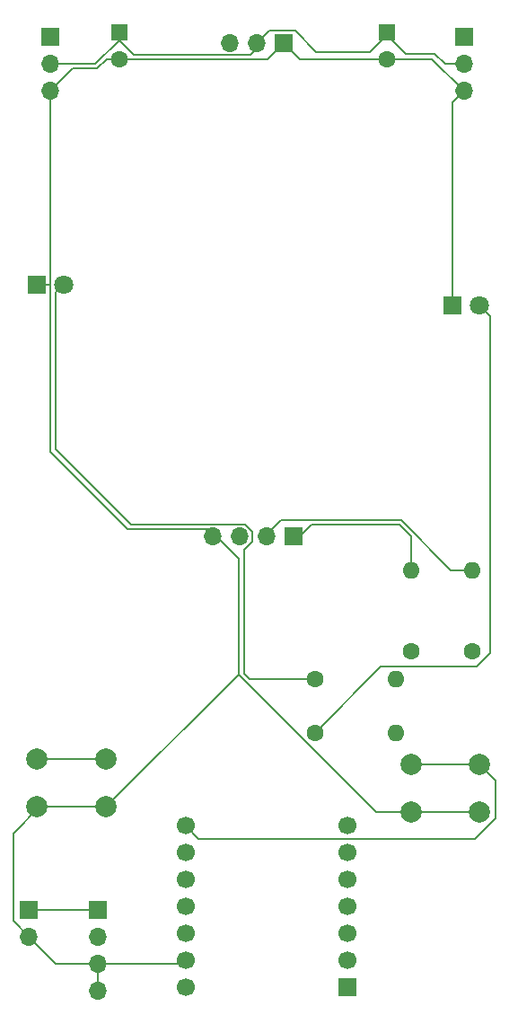
<source format=gbr>
%TF.GenerationSoftware,KiCad,Pcbnew,8.0.5*%
%TF.CreationDate,2025-07-27T14:10:39-07:00*%
%TF.ProjectId,Cashout Station,43617368-6f75-4742-9053-746174696f6e,rev?*%
%TF.SameCoordinates,Original*%
%TF.FileFunction,Copper,L1,Top*%
%TF.FilePolarity,Positive*%
%FSLAX46Y46*%
G04 Gerber Fmt 4.6, Leading zero omitted, Abs format (unit mm)*
G04 Created by KiCad (PCBNEW 8.0.5) date 2025-07-27 14:10:39*
%MOMM*%
%LPD*%
G01*
G04 APERTURE LIST*
%TA.AperFunction,ComponentPad*%
%ADD10R,1.700000X1.700000*%
%TD*%
%TA.AperFunction,ComponentPad*%
%ADD11O,1.700000X1.700000*%
%TD*%
%TA.AperFunction,ComponentPad*%
%ADD12R,1.800000X1.800000*%
%TD*%
%TA.AperFunction,ComponentPad*%
%ADD13C,1.800000*%
%TD*%
%TA.AperFunction,ComponentPad*%
%ADD14C,1.600000*%
%TD*%
%TA.AperFunction,ComponentPad*%
%ADD15O,1.600000X1.600000*%
%TD*%
%TA.AperFunction,ComponentPad*%
%ADD16R,1.600000X1.600000*%
%TD*%
%TA.AperFunction,ComponentPad*%
%ADD17C,1.700000*%
%TD*%
%TA.AperFunction,ComponentPad*%
%ADD18C,2.000000*%
%TD*%
%TA.AperFunction,Conductor*%
%ADD19C,0.200000*%
%TD*%
G04 APERTURE END LIST*
D10*
%TO.P,BT1,1,+*%
%TO.N,Net-(BT1-+)*%
X121500000Y-136225000D03*
D11*
%TO.P,BT1,2,-*%
%TO.N,GND*%
X121500000Y-138765000D03*
%TD*%
D10*
%TO.P,M1,1,PWM*%
%TO.N,Net-(M1-PWM)*%
X123500000Y-53960000D03*
D11*
%TO.P,M1,2,+*%
%TO.N,+5V*%
X123500000Y-56500000D03*
%TO.P,M1,3,-*%
%TO.N,GND*%
X123500000Y-59040000D03*
%TD*%
D10*
%TO.P,J1,1,Pin_1*%
%TO.N,GND*%
X145525000Y-54500000D03*
D11*
%TO.P,J1,2,Pin_2*%
%TO.N,+5V*%
X142985000Y-54500000D03*
%TO.P,J1,3,Pin_3*%
%TO.N,Net-(J1-Pin_3)*%
X140445000Y-54500000D03*
%TD*%
D12*
%TO.P,D1,1,K*%
%TO.N,GND*%
X122210000Y-77250000D03*
D13*
%TO.P,D1,2,A*%
%TO.N,Net-(D1-A)*%
X124750000Y-77250000D03*
%TD*%
D14*
%TO.P,R3,1*%
%TO.N,Net-(U1-GPIO22{slash}D4{slash}SDA)*%
X163250000Y-111810000D03*
D15*
%TO.P,R3,2*%
%TO.N,Net-(NFC_Connect1-SDA)*%
X163250000Y-104190000D03*
%TD*%
D14*
%TO.P,R1,1*%
%TO.N,Net-(D1-A)*%
X148440000Y-114500000D03*
D15*
%TO.P,R1,2*%
%TO.N,Net-(U1-GPIO21{slash}D3)*%
X156060000Y-114500000D03*
%TD*%
D12*
%TO.P,D2,1,K*%
%TO.N,GND*%
X161460000Y-79250000D03*
D13*
%TO.P,D2,2,A*%
%TO.N,Net-(D2-A)*%
X164000000Y-79250000D03*
%TD*%
D10*
%TO.P,U2,1,VIN+*%
%TO.N,Net-(BT1-+)*%
X128000000Y-136200000D03*
D11*
%TO.P,U2,2,OUT+*%
%TO.N,+5V*%
X128000000Y-138740000D03*
%TO.P,U2,3,OUT-*%
%TO.N,GND*%
X128000000Y-141280000D03*
%TO.P,U2,4,VIN-*%
X128000000Y-143820000D03*
%TD*%
D16*
%TO.P,C2,1*%
%TO.N,+5V*%
X155250000Y-53500000D03*
D14*
%TO.P,C2,2*%
%TO.N,GND*%
X155250000Y-56000000D03*
%TD*%
D10*
%TO.P,M2,1,PWM*%
%TO.N,Net-(M2-PWM)*%
X162500000Y-53960000D03*
D11*
%TO.P,M2,2,+*%
%TO.N,+5V*%
X162500000Y-56500000D03*
%TO.P,M2,3,-*%
%TO.N,GND*%
X162500000Y-59040000D03*
%TD*%
D10*
%TO.P,U1,1,GPIO0/A0/D0*%
%TO.N,Net-(M1-PWM)*%
X151500000Y-143500000D03*
D17*
%TO.P,U1,2,GPIO1/A1/D1*%
%TO.N,Net-(M2-PWM)*%
X151500000Y-140960000D03*
%TO.P,U1,3,GPIO2/A2/D2*%
%TO.N,Net-(U1-GPIO2{slash}A2{slash}D2)*%
X151500000Y-138420000D03*
%TO.P,U1,4,GPIO21/D3*%
%TO.N,Net-(U1-GPIO21{slash}D3)*%
X151500000Y-135880000D03*
%TO.P,U1,5,GPIO22/D4/SDA*%
%TO.N,Net-(U1-GPIO22{slash}D4{slash}SDA)*%
X151500000Y-133340000D03*
%TO.P,U1,6,GPIO23/D5/SCL*%
%TO.N,Net-(U1-GPIO23{slash}D5{slash}SCL)*%
X151500000Y-130800000D03*
%TO.P,U1,7,GPIO16/D6/TX*%
%TO.N,Net-(J1-Pin_3)*%
X151500000Y-128260000D03*
%TO.P,U1,8,GPIO17/D7/RX*%
%TO.N,Net-(U1-GPIO17{slash}D7{slash}RX)*%
X136250000Y-128260000D03*
%TO.P,U1,9,GPIO19/D8/SCK*%
%TO.N,Net-(U1-GPIO19{slash}D8{slash}SCK)*%
X136250000Y-130800000D03*
%TO.P,U1,10,GPIO20/D9/MISO*%
%TO.N,unconnected-(U1-GPIO20{slash}D9{slash}MISO-Pad10)*%
X136250000Y-133340000D03*
%TO.P,U1,11,GPIO18/D10/MOSI*%
%TO.N,unconnected-(U1-GPIO18{slash}D10{slash}MOSI-Pad11)*%
X136250000Y-135880000D03*
%TO.P,U1,12,3V3*%
%TO.N,+3.3V*%
X136250000Y-138420000D03*
%TO.P,U1,13,GND*%
%TO.N,GND*%
X136250000Y-140960000D03*
%TO.P,U1,14,VBUS*%
%TO.N,+5V*%
X136250000Y-143500000D03*
%TD*%
D10*
%TO.P,NFC Connecter,1,SCL*%
%TO.N,Net-(NFC_Connect1-SCL)*%
X146440000Y-101030000D03*
D11*
%TO.P,NFC Connecter,2,SDA*%
%TO.N,Net-(NFC_Connect1-SDA)*%
X143900000Y-101030000D03*
%TO.P,NFC Connecter,3,VCC*%
%TO.N,+3.3V*%
X141360000Y-101030000D03*
%TO.P,NFC Connecter,4,GND*%
%TO.N,GND*%
X138820000Y-101030000D03*
%TD*%
D16*
%TO.P,C1,1*%
%TO.N,+5V*%
X130000000Y-53500000D03*
D14*
%TO.P,C1,2*%
%TO.N,GND*%
X130000000Y-56000000D03*
%TD*%
%TO.P,R4,1*%
%TO.N,Net-(D2-A)*%
X148440000Y-119500000D03*
D15*
%TO.P,R4,2*%
%TO.N,Net-(U1-GPIO2{slash}A2{slash}D2)*%
X156060000Y-119500000D03*
%TD*%
D14*
%TO.P,R2,1*%
%TO.N,Net-(U1-GPIO23{slash}D5{slash}SCL)*%
X157500000Y-111810000D03*
D15*
%TO.P,R2,2*%
%TO.N,Net-(NFC_Connect1-SCL)*%
X157500000Y-104190000D03*
%TD*%
D18*
%TO.P,SW2,1,1*%
%TO.N,Net-(U1-GPIO19{slash}D8{slash}SCK)*%
X128750000Y-122000000D03*
X122250000Y-122000000D03*
%TO.P,SW2,2,2*%
%TO.N,GND*%
X128750000Y-126500000D03*
X122250000Y-126500000D03*
%TD*%
%TO.P,SW1,1,1*%
%TO.N,Net-(U1-GPIO17{slash}D7{slash}RX)*%
X164000000Y-122500000D03*
X157500000Y-122500000D03*
%TO.P,SW1,2,2*%
%TO.N,GND*%
X164000000Y-127000000D03*
X157500000Y-127000000D03*
%TD*%
D19*
%TO.N,Net-(BT1-+)*%
X127975000Y-136225000D02*
X128000000Y-136200000D01*
X121500000Y-136225000D02*
X127975000Y-136225000D01*
%TO.N,GND*%
X130050000Y-56050000D02*
X143975000Y-56050000D01*
X125640000Y-56900000D02*
X127915686Y-56900000D01*
X120000000Y-137265000D02*
X121500000Y-138765000D01*
X155250000Y-55750000D02*
X155000000Y-56000000D01*
X128000000Y-141280000D02*
X128000000Y-143820000D01*
X122210000Y-77250000D02*
X123500000Y-77250000D01*
X123500000Y-77250000D02*
X123500000Y-59040000D01*
X123500000Y-93000000D02*
X123500000Y-77250000D01*
X155500000Y-56000000D02*
X155250000Y-55750000D01*
X159500000Y-56000000D02*
X155500000Y-56000000D01*
X162500000Y-59000000D02*
X159500000Y-56000000D01*
X122500000Y-126500000D02*
X120000000Y-129000000D01*
X120000000Y-129000000D02*
X120000000Y-137265000D01*
X157500000Y-127000000D02*
X154250000Y-127000000D01*
X123500000Y-59040000D02*
X125640000Y-56900000D01*
X129000000Y-126500000D02*
X122500000Y-126500000D01*
X141250000Y-103080000D02*
X138450000Y-100280000D01*
X155000000Y-56000000D02*
X147025000Y-56000000D01*
X141250000Y-114000000D02*
X141250000Y-103080000D01*
X130780000Y-100280000D02*
X123500000Y-93000000D01*
X154250000Y-127000000D02*
X141250000Y-114000000D01*
X161460000Y-79250000D02*
X161460000Y-60080000D01*
X161460000Y-60080000D02*
X162500000Y-59040000D01*
X162500000Y-59040000D02*
X162500000Y-59000000D01*
X128000000Y-141280000D02*
X136170000Y-141280000D01*
X128750000Y-126500000D02*
X141250000Y-114000000D01*
X143975000Y-56050000D02*
X145525000Y-54500000D01*
X130000000Y-56000000D02*
X130050000Y-56050000D01*
X124015000Y-141280000D02*
X121500000Y-138765000D01*
X128000000Y-141280000D02*
X124015000Y-141280000D01*
X128815686Y-56000000D02*
X130000000Y-56000000D01*
X127915686Y-56900000D02*
X128815686Y-56000000D01*
X136170000Y-141280000D02*
X136250000Y-141200000D01*
X164000000Y-127000000D02*
X157500000Y-127000000D01*
X147025000Y-56000000D02*
X145525000Y-54500000D01*
X138450000Y-100280000D02*
X130780000Y-100280000D01*
%TO.N,+5V*%
X159750000Y-55500000D02*
X160750000Y-56500000D01*
X127750000Y-56500000D02*
X123500000Y-56500000D01*
X130000000Y-53500000D02*
X130000000Y-54250000D01*
X142985000Y-55015000D02*
X142350000Y-55650000D01*
X146600000Y-53350000D02*
X148600000Y-55350000D01*
X157000000Y-55500000D02*
X159750000Y-55500000D01*
X155500000Y-53500000D02*
X155500000Y-54000000D01*
X148600000Y-55350000D02*
X153650000Y-55350000D01*
X144135000Y-53350000D02*
X146600000Y-53350000D01*
X153650000Y-55350000D02*
X155500000Y-53500000D01*
X131400000Y-55650000D02*
X130000000Y-54250000D01*
X130000000Y-54250000D02*
X127750000Y-56500000D01*
X142985000Y-54500000D02*
X142985000Y-55015000D01*
X142985000Y-54500000D02*
X144135000Y-53350000D01*
X160750000Y-56500000D02*
X162500000Y-56500000D01*
X155500000Y-54000000D02*
X157000000Y-55500000D01*
X142350000Y-55650000D02*
X131400000Y-55650000D01*
%TO.N,Net-(D1-A)*%
X142315686Y-114500000D02*
X141750000Y-113934314D01*
X148440000Y-114500000D02*
X142315686Y-114500000D01*
X142510000Y-100553654D02*
X141836346Y-99880000D01*
X142510000Y-101506346D02*
X142510000Y-100553654D01*
X131130000Y-99880000D02*
X124000000Y-92750000D01*
X124000000Y-92750000D02*
X124000000Y-78000000D01*
X141750000Y-113934314D02*
X141750000Y-102266346D01*
X124000000Y-78000000D02*
X124750000Y-77250000D01*
X141836346Y-99880000D02*
X131130000Y-99880000D01*
X141750000Y-102266346D02*
X142510000Y-101506346D01*
%TO.N,Net-(NFC_Connect1-SDA)*%
X145250000Y-99500000D02*
X156565686Y-99500000D01*
X161255686Y-104190000D02*
X163500000Y-104190000D01*
X156565686Y-99500000D02*
X161255686Y-104190000D01*
X144000000Y-100750000D02*
X145250000Y-99500000D01*
%TO.N,Net-(NFC_Connect1-SCL)*%
X156400000Y-99900000D02*
X157500000Y-101000000D01*
X147250000Y-100750000D02*
X148100000Y-99900000D01*
X157500000Y-101000000D02*
X157500000Y-104190000D01*
X148100000Y-99900000D02*
X156400000Y-99900000D01*
X146540000Y-100750000D02*
X147250000Y-100750000D01*
%TO.N,Net-(U1-GPIO17{slash}D7{slash}RX)*%
X137490000Y-129500000D02*
X136250000Y-128260000D01*
X157500000Y-122500000D02*
X164000000Y-122500000D01*
X165500000Y-127544239D02*
X163544239Y-129500000D01*
X163544239Y-129500000D02*
X137490000Y-129500000D01*
X165500000Y-124000000D02*
X165500000Y-127544239D01*
X164000000Y-122500000D02*
X165500000Y-124000000D01*
%TO.N,Net-(U1-GPIO19{slash}D8{slash}SCK)*%
X122500000Y-122000000D02*
X129000000Y-122000000D01*
%TO.N,Net-(D2-A)*%
X154690000Y-113250000D02*
X163750000Y-113250000D01*
X165000000Y-112000000D02*
X165000000Y-80250000D01*
X163750000Y-113250000D02*
X165000000Y-112000000D01*
X165000000Y-80250000D02*
X164000000Y-79250000D01*
X148440000Y-119500000D02*
X154690000Y-113250000D01*
%TO.N,Net-(U1-GPIO2{slash}A2{slash}D2)*%
X151890000Y-138810000D02*
X151500000Y-138420000D01*
%TD*%
M02*

</source>
